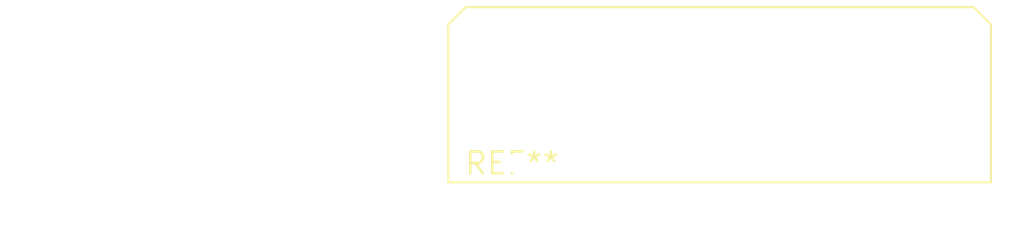
<source format=kicad_pcb>
(kicad_pcb (version 20240108) (generator pcbnew)
  (layers (0 "F.Cu" signal) (31 "B.Cu" signal) (34 "B.Paste" user) (35 "F.Paste" user) (36 "B.SilkS" user "B.Silkscreen") (37 "F.SilkS" user "F.Silkscreen") (38 "B.Mask" user) (39 "F.Mask" user) (44 "Edge.Cuts" user))
  (net 0 "")
  (footprint "Molex_Micro-Fit_3.0_43045-1800_2x09_P3.00mm_Horizontal" (layer "F.Cu") (at 0 0)
    (property "Reference" "REF**")
    (property "Value" "Molex_Micro-Fit_3.0_43045-1800_2x09_P3.00mm_Horizontal")
    (fp_line (start -3.685 -8.03) (end -2.685 -9.03) (layer "F.SilkS") (stroke (width 0.12)))
    (fp_line (start -3.685 1.1) (end -3.685 -8.03) (layer "F.SilkS") (stroke (width 0.12)))
    (fp_line (start -2.685 -9.03) (end 26.685 -9.03) (layer "F.SilkS") (stroke (width 0.12)))
    (fp_line (start 26.685 -9.03) (end 27.685 -8.03) (layer "F.SilkS") (stroke (width 0.12)))
    (fp_line (start 27.685 -8.03) (end 27.685 1.1) (layer "F.SilkS") (stroke (width 0.12)))
    (fp_line (start 27.685 1.1) (end -3.685 1.1) (layer "F.SilkS") (stroke (width 0.12)))
    (pad "" np_thru_hole circle (at 2.16 -4.32) (size 3 3) (drill 3) (layers *.Cu *.Mask))
    (pad "" np_thru_hole circle (at 21.86 -4.32) (size 3 3) (drill 3) (layers *.Cu *.Mask))
    (pad "1" thru_hole roundrect (at 0 0) (size 1.5 1.5) (drill 1.02) (layers *.Cu *.Mask) (remove_unused_layers) (roundrect_rratio 0.166667))
    (pad "2" thru_hole circle (at 3 0) (size 1.5 1.5) (drill 1.02) (layers *.Cu *.Mask) (remove_unused_layers))
    (pad "3" thru_hole circle (at 6 0) (size 1.5 1.5) (drill 1.02) (layers *.Cu *.Mask) (remove_unused_layers))
    (pad "4" thru_hole circle (at 9 0) (size 1.5 1.5) (drill 1.02) (layers *.Cu *.Mask) (remove_unused_layers))
    (pad "5" thru_hole circle (at 12 0) (size 1.5 1.5) (drill 1.02) (layers *.Cu *.Mask) (remove_unused_layers))
    (pad "6" thru_hole circle (at 15 0) (size 1.5 1.5) (drill 1.02) (layers *.Cu *.Mask) (remove_unused_layers))
    (pad "7" thru_hole circle (at 18 0) (size 1.5 1.5) (drill 1.02) (layers *.Cu *.Mask) (remove_unused_layers))
    (pad "8" thru_hole circle (at 21 0) (size 1.5 1.5) (drill 1.02) (layers *.Cu *.Mask) (remove_unused_layers))
    (pad "9" thru_hole circle (at 24 0) (size 1.5 1.5) (drill 1.02) (layers *.Cu *.Mask) (remove_unused_layers))
    (pad "10" thru_hole circle (at 0 3) (size 1.5 1.5) (drill 1.02) (layers *.Cu *.Mask) (remove_unused_layers))
    (pad "11" thru_hole circle (at 3 3) (size 1.5 1.5) (drill 1.02) (layers *.Cu *.Mask) (remove_unused_layers))
    (pad "12" thru_hole circle (at 6 3) (size 1.5 1.5) (drill 1.02) (layers *.Cu *.Mask) (remove_unused_layers))
    (pad "13" thru_hole circle (at 9 3) (size 1.5 1.5) (drill 1.02) (layers *.Cu *.Mask) (remove_unused_layers))
    (pad "14" thru_hole circle (at 12 3) (size 1.5 1.5) (drill 1.02) (layers *.Cu *.Mask) (remove_unused_layers))
    (pad "15" thru_hole circle (at 15 3) (size 1.5 1.5) (drill 1.02) (layers *.Cu *.Mask) (remove_unused_layers))
    (pad "16" thru_hole circle (at 18 3) (size 1.5 1.5) (drill 1.02) (layers *.Cu *.Mask) (remove_unused_layers))
    (pad "17" thru_hole circle (at 21 3) (size 1.5 1.5) (drill 1.02) (layers *.Cu *.Mask) (remove_unused_layers))
    (pad "18" thru_hole circle (at 24 3) (size 1.5 1.5) (drill 1.02) (layers *.Cu *.Mask) (remove_unused_layers))
  )
)
</source>
